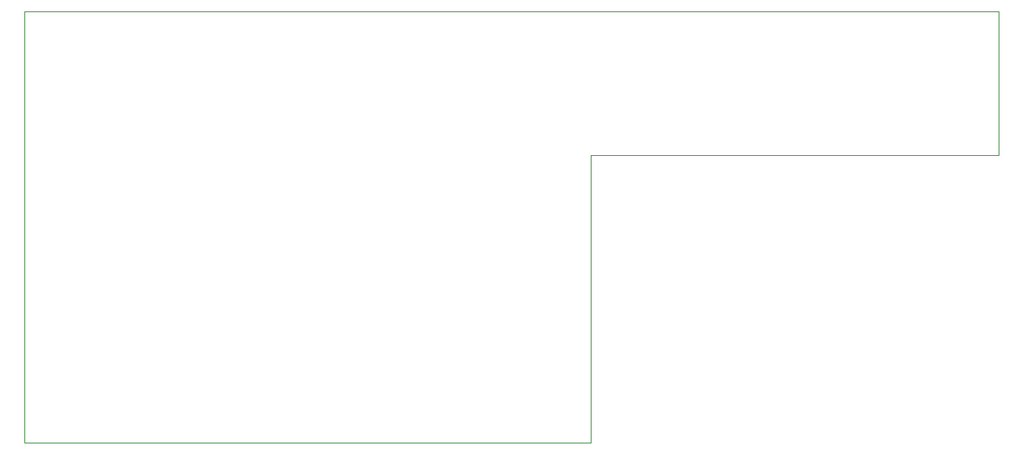
<source format=gm1>
G04 #@! TF.GenerationSoftware,KiCad,Pcbnew,(5.1.2)-1*
G04 #@! TF.CreationDate,2022-03-08T20:04:26-05:00*
G04 #@! TF.ProjectId,telemetry_transmitter,74656c65-6d65-4747-9279-5f7472616e73,rev?*
G04 #@! TF.SameCoordinates,Original*
G04 #@! TF.FileFunction,Profile,NP*
%FSLAX46Y46*%
G04 Gerber Fmt 4.6, Leading zero omitted, Abs format (unit mm)*
G04 Created by KiCad (PCBNEW (5.1.2)-1) date 2022-03-08 20:04:26*
%MOMM*%
%LPD*%
G04 APERTURE LIST*
%ADD10C,0.050000*%
G04 APERTURE END LIST*
D10*
X211500000Y-67000000D02*
X211500000Y-82000000D01*
X110000000Y-112000000D02*
X169000000Y-112000000D01*
X169000000Y-82000000D02*
X169000000Y-112000000D01*
X211500000Y-82000000D02*
X169000000Y-82000000D01*
X211500000Y-67000000D02*
X110000000Y-67000000D01*
X110000000Y-67000000D02*
X110000000Y-112000000D01*
M02*

</source>
